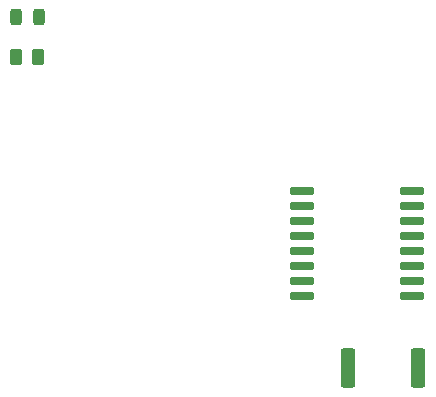
<source format=gbr>
%TF.GenerationSoftware,KiCad,Pcbnew,7.0.7*%
%TF.CreationDate,2023-09-13T14:32:16-04:00*%
%TF.ProjectId,Alim5,416c696d-352e-46b6-9963-61645f706362,rev?*%
%TF.SameCoordinates,Original*%
%TF.FileFunction,Paste,Top*%
%TF.FilePolarity,Positive*%
%FSLAX46Y46*%
G04 Gerber Fmt 4.6, Leading zero omitted, Abs format (unit mm)*
G04 Created by KiCad (PCBNEW 7.0.7) date 2023-09-13 14:32:16*
%MOMM*%
%LPD*%
G01*
G04 APERTURE LIST*
G04 Aperture macros list*
%AMRoundRect*
0 Rectangle with rounded corners*
0 $1 Rounding radius*
0 $2 $3 $4 $5 $6 $7 $8 $9 X,Y pos of 4 corners*
0 Add a 4 corners polygon primitive as box body*
4,1,4,$2,$3,$4,$5,$6,$7,$8,$9,$2,$3,0*
0 Add four circle primitives for the rounded corners*
1,1,$1+$1,$2,$3*
1,1,$1+$1,$4,$5*
1,1,$1+$1,$6,$7*
1,1,$1+$1,$8,$9*
0 Add four rect primitives between the rounded corners*
20,1,$1+$1,$2,$3,$4,$5,0*
20,1,$1+$1,$4,$5,$6,$7,0*
20,1,$1+$1,$6,$7,$8,$9,0*
20,1,$1+$1,$8,$9,$2,$3,0*%
G04 Aperture macros list end*
%ADD10RoundRect,0.243750X0.243750X0.456250X-0.243750X0.456250X-0.243750X-0.456250X0.243750X-0.456250X0*%
%ADD11RoundRect,0.250000X0.362500X1.425000X-0.362500X1.425000X-0.362500X-1.425000X0.362500X-1.425000X0*%
%ADD12RoundRect,0.030000X-0.970000X-0.270000X0.970000X-0.270000X0.970000X0.270000X-0.970000X0.270000X0*%
%ADD13RoundRect,0.250000X-0.262500X-0.450000X0.262500X-0.450000X0.262500X0.450000X-0.262500X0.450000X0*%
G04 APERTURE END LIST*
D10*
%TO.C,D2*%
X120287500Y-89030000D03*
X118412500Y-89030000D03*
%TD*%
D11*
%TO.C,R1*%
X152432500Y-118700000D03*
X146507500Y-118700000D03*
%TD*%
D12*
%TO.C,U1*%
X142602500Y-103705000D03*
X142602500Y-104975000D03*
X142602500Y-106245000D03*
X142602500Y-107515000D03*
X142602500Y-108785000D03*
X142602500Y-110055000D03*
X142602500Y-111325000D03*
X142602500Y-112595000D03*
X151902500Y-112595000D03*
X151902500Y-111325000D03*
X151902500Y-110055000D03*
X151902500Y-108785000D03*
X151902500Y-107515000D03*
X151902500Y-106245000D03*
X151902500Y-104975000D03*
X151902500Y-103705000D03*
%TD*%
D13*
%TO.C,R3*%
X118410000Y-92350000D03*
X120235000Y-92350000D03*
%TD*%
M02*

</source>
